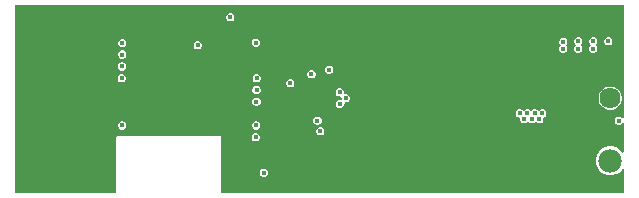
<source format=gbr>
%TF.GenerationSoftware,Altium Limited,Altium Designer,23.6.0 (18)*%
G04 Layer_Physical_Order=4*
G04 Layer_Color=6736896*
%FSLAX45Y45*%
%MOMM*%
%TF.SameCoordinates,DE65B9CC-D9CF-42CD-B8C9-10693606ABAB*%
%TF.FilePolarity,Positive*%
%TF.FileFunction,Copper,L4,Inr,Signal*%
%TF.Part,Single*%
G01*
G75*
%TA.AperFunction,ComponentPad*%
%ADD24C,1.78500*%
%ADD25C,1.98000*%
%TA.AperFunction,ViaPad*%
%ADD26C,0.45000*%
G36*
X7879009Y3056393D02*
X7866309Y3053867D01*
X7865741Y3055239D01*
X7855839Y3065141D01*
X7842902Y3070500D01*
X7828898D01*
X7815961Y3065141D01*
X7806059Y3055239D01*
X7800700Y3042302D01*
Y3028298D01*
X7806059Y3015361D01*
X7815961Y3005459D01*
X7828898Y3000100D01*
X7842902D01*
X7855839Y3005459D01*
X7865741Y3015361D01*
X7866309Y3016733D01*
X7879009Y3014207D01*
Y2768440D01*
X7866742Y2765153D01*
X7862825Y2771938D01*
X7839738Y2795025D01*
X7811462Y2811350D01*
X7779925Y2819800D01*
X7747275D01*
X7715738Y2811350D01*
X7687462Y2795025D01*
X7664375Y2771938D01*
X7648050Y2743662D01*
X7639600Y2712125D01*
Y2679475D01*
X7648050Y2647938D01*
X7664375Y2619662D01*
X7687462Y2596575D01*
X7715738Y2580250D01*
X7747275Y2571800D01*
X7779925D01*
X7811462Y2580250D01*
X7839738Y2596575D01*
X7862825Y2619662D01*
X7866742Y2626447D01*
X7879009Y2623160D01*
Y2420691D01*
X4465900D01*
Y2905000D01*
X3585900D01*
X3581400Y2900500D01*
Y2420691D01*
X2725491D01*
Y4018209D01*
X7879009D01*
Y3056393D01*
D02*
G37*
%LPC*%
G36*
X4553602Y3946800D02*
X4539598D01*
X4526661Y3941441D01*
X4516759Y3931539D01*
X4511400Y3918602D01*
Y3904598D01*
X4516759Y3891661D01*
X4526661Y3881759D01*
X4539598Y3876400D01*
X4553602D01*
X4566539Y3881759D01*
X4576441Y3891661D01*
X4581800Y3904598D01*
Y3918602D01*
X4576441Y3931539D01*
X4566539Y3941441D01*
X4553602Y3946800D01*
D02*
G37*
G36*
X7754002Y3743600D02*
X7739998D01*
X7727061Y3738241D01*
X7717159Y3728339D01*
X7711800Y3715402D01*
Y3701398D01*
X7717159Y3688461D01*
X7727061Y3678559D01*
X7739998Y3673200D01*
X7754002D01*
X7766939Y3678559D01*
X7776841Y3688461D01*
X7782200Y3701398D01*
Y3715402D01*
X7776841Y3728339D01*
X7766939Y3738241D01*
X7754002Y3743600D01*
D02*
G37*
G36*
X4770202Y3730200D02*
X4756198D01*
X4743261Y3724841D01*
X4733359Y3714939D01*
X4728000Y3702002D01*
Y3687998D01*
X4733359Y3675061D01*
X4743261Y3665159D01*
X4756198Y3659800D01*
X4770202D01*
X4783139Y3665159D01*
X4793041Y3675061D01*
X4798400Y3687998D01*
Y3702002D01*
X4793041Y3714939D01*
X4783139Y3724841D01*
X4770202Y3730200D01*
D02*
G37*
G36*
X3638906Y3727902D02*
X3624902D01*
X3611965Y3722543D01*
X3602063Y3712641D01*
X3596704Y3699704D01*
Y3685700D01*
X3602063Y3672763D01*
X3611965Y3662861D01*
X3624902Y3657502D01*
X3638906D01*
X3651843Y3662861D01*
X3661745Y3672763D01*
X3667104Y3685700D01*
Y3699704D01*
X3661745Y3712641D01*
X3651843Y3722543D01*
X3638906Y3727902D01*
D02*
G37*
G36*
X4278202Y3709500D02*
X4264198D01*
X4251261Y3704141D01*
X4241359Y3694239D01*
X4236000Y3681302D01*
Y3667298D01*
X4241359Y3654361D01*
X4251261Y3644459D01*
X4264198Y3639100D01*
X4278202D01*
X4291139Y3644459D01*
X4301041Y3654361D01*
X4306400Y3667298D01*
Y3681302D01*
X4301041Y3694239D01*
X4291139Y3704141D01*
X4278202Y3709500D01*
D02*
G37*
G36*
X7627002Y3743600D02*
X7612998D01*
X7600061Y3738241D01*
X7590159Y3728339D01*
X7584800Y3715402D01*
Y3701398D01*
X7590159Y3688461D01*
X7593673Y3684947D01*
X7598866Y3676650D01*
X7593673Y3668353D01*
X7590159Y3664839D01*
X7584800Y3651902D01*
Y3637898D01*
X7590159Y3624961D01*
X7600061Y3615059D01*
X7612998Y3609700D01*
X7627002D01*
X7639939Y3615059D01*
X7649841Y3624961D01*
X7655200Y3637898D01*
Y3651902D01*
X7649841Y3664839D01*
X7646327Y3668353D01*
X7641134Y3676650D01*
X7646327Y3684947D01*
X7649841Y3688461D01*
X7655200Y3701398D01*
Y3715402D01*
X7649841Y3728339D01*
X7639939Y3738241D01*
X7627002Y3743600D01*
D02*
G37*
G36*
X7500002D02*
X7485998D01*
X7473061Y3738241D01*
X7463159Y3728339D01*
X7457800Y3715402D01*
Y3701398D01*
X7463159Y3688461D01*
X7466673Y3684947D01*
X7471866Y3676650D01*
X7466673Y3668353D01*
X7463159Y3664839D01*
X7457800Y3651902D01*
Y3637898D01*
X7463159Y3624961D01*
X7473061Y3615059D01*
X7485998Y3609700D01*
X7500002D01*
X7512939Y3615059D01*
X7522841Y3624961D01*
X7528200Y3637898D01*
Y3651902D01*
X7522841Y3664839D01*
X7519327Y3668353D01*
X7514134Y3676650D01*
X7519327Y3684947D01*
X7522841Y3688461D01*
X7528200Y3701398D01*
Y3715402D01*
X7522841Y3728339D01*
X7512939Y3738241D01*
X7500002Y3743600D01*
D02*
G37*
G36*
X7373002Y3737800D02*
X7358998D01*
X7346061Y3732441D01*
X7336159Y3722539D01*
X7330800Y3709602D01*
Y3695598D01*
X7336159Y3682661D01*
X7345070Y3673750D01*
X7336159Y3664839D01*
X7330800Y3651902D01*
Y3637898D01*
X7336159Y3624961D01*
X7346061Y3615059D01*
X7358998Y3609700D01*
X7373002D01*
X7385939Y3615059D01*
X7395841Y3624961D01*
X7401200Y3637898D01*
Y3651902D01*
X7395841Y3664839D01*
X7386930Y3673750D01*
X7395841Y3682661D01*
X7401200Y3695598D01*
Y3709602D01*
X7395841Y3722539D01*
X7385939Y3732441D01*
X7373002Y3737800D01*
D02*
G37*
G36*
X3638302Y3630200D02*
X3624298D01*
X3611361Y3624841D01*
X3601459Y3614939D01*
X3596100Y3602002D01*
Y3587998D01*
X3601459Y3575061D01*
X3611361Y3565159D01*
X3624298Y3559800D01*
X3638302D01*
X3651239Y3565159D01*
X3661141Y3575061D01*
X3666500Y3587998D01*
Y3602002D01*
X3661141Y3614939D01*
X3651239Y3624841D01*
X3638302Y3630200D01*
D02*
G37*
G36*
X3636702Y3530200D02*
X3622698D01*
X3609761Y3524841D01*
X3599859Y3514939D01*
X3594500Y3502002D01*
Y3487998D01*
X3599859Y3475061D01*
X3609761Y3465159D01*
X3622698Y3459800D01*
X3636702D01*
X3649639Y3465159D01*
X3659541Y3475061D01*
X3664900Y3487998D01*
Y3502002D01*
X3659541Y3514939D01*
X3649639Y3524841D01*
X3636702Y3530200D01*
D02*
G37*
G36*
X5391802Y3502300D02*
X5377798D01*
X5364861Y3496941D01*
X5354959Y3487039D01*
X5349600Y3474102D01*
Y3460098D01*
X5354959Y3447161D01*
X5364861Y3437259D01*
X5377798Y3431900D01*
X5391802D01*
X5404739Y3437259D01*
X5414641Y3447161D01*
X5420000Y3460098D01*
Y3474102D01*
X5414641Y3487039D01*
X5404739Y3496941D01*
X5391802Y3502300D01*
D02*
G37*
G36*
X5240602Y3463000D02*
X5226598D01*
X5213661Y3457641D01*
X5203759Y3447739D01*
X5198400Y3434802D01*
Y3420798D01*
X5203759Y3407861D01*
X5213661Y3397959D01*
X5226598Y3392600D01*
X5240602D01*
X5253539Y3397959D01*
X5263441Y3407861D01*
X5268800Y3420798D01*
Y3434802D01*
X5263441Y3447739D01*
X5253539Y3457641D01*
X5240602Y3463000D01*
D02*
G37*
G36*
X4778102Y3430200D02*
X4764098D01*
X4751161Y3424841D01*
X4741259Y3414939D01*
X4735900Y3402002D01*
Y3387998D01*
X4741259Y3375061D01*
X4751161Y3365159D01*
X4764098Y3359800D01*
X4778102D01*
X4791039Y3365159D01*
X4800941Y3375061D01*
X4806300Y3387998D01*
Y3402002D01*
X4800941Y3414939D01*
X4791039Y3424841D01*
X4778102Y3430200D01*
D02*
G37*
G36*
X3635102D02*
X3621098D01*
X3608161Y3424841D01*
X3598259Y3414939D01*
X3592900Y3402002D01*
Y3387998D01*
X3598259Y3375061D01*
X3608161Y3365159D01*
X3621098Y3359800D01*
X3635102D01*
X3648039Y3365159D01*
X3657941Y3375061D01*
X3663300Y3387998D01*
Y3402002D01*
X3657941Y3414939D01*
X3648039Y3424841D01*
X3635102Y3430200D01*
D02*
G37*
G36*
X5061602Y3388000D02*
X5047598D01*
X5034661Y3382641D01*
X5024759Y3372739D01*
X5019400Y3359802D01*
Y3345798D01*
X5024759Y3332861D01*
X5034661Y3322959D01*
X5047598Y3317600D01*
X5061602D01*
X5074539Y3322959D01*
X5084441Y3332861D01*
X5089800Y3345798D01*
Y3359802D01*
X5084441Y3372739D01*
X5074539Y3382641D01*
X5061602Y3388000D01*
D02*
G37*
G36*
X4776502Y3330200D02*
X4762498D01*
X4749561Y3324841D01*
X4739659Y3314939D01*
X4734300Y3302002D01*
Y3287998D01*
X4739659Y3275061D01*
X4749561Y3265159D01*
X4762498Y3259800D01*
X4776502D01*
X4789439Y3265159D01*
X4799341Y3275061D01*
X4804700Y3287998D01*
Y3302002D01*
X4799341Y3314939D01*
X4789439Y3324841D01*
X4776502Y3330200D01*
D02*
G37*
G36*
X4774902Y3230200D02*
X4760898D01*
X4747961Y3224841D01*
X4738059Y3214939D01*
X4732700Y3202002D01*
Y3187998D01*
X4738059Y3175061D01*
X4747961Y3165159D01*
X4760898Y3159800D01*
X4774902D01*
X4787839Y3165159D01*
X4797741Y3175061D01*
X4803100Y3187998D01*
Y3202002D01*
X4797741Y3214939D01*
X4787839Y3224841D01*
X4774902Y3230200D01*
D02*
G37*
G36*
X5479902Y3311000D02*
X5465898D01*
X5452961Y3305641D01*
X5443059Y3295739D01*
X5437700Y3282802D01*
Y3268798D01*
X5443059Y3255861D01*
X5452961Y3245959D01*
X5465898Y3240600D01*
X5478784D01*
X5482603Y3237768D01*
X5489300Y3230747D01*
Y3220853D01*
X5482603Y3213832D01*
X5478784Y3211000D01*
X5465898D01*
X5452961Y3205641D01*
X5443059Y3195739D01*
X5437700Y3182802D01*
Y3168798D01*
X5443059Y3155861D01*
X5452961Y3145959D01*
X5465898Y3140600D01*
X5479902D01*
X5492839Y3145959D01*
X5502741Y3155861D01*
X5508100Y3168798D01*
Y3180747D01*
X5514797Y3187768D01*
X5518616Y3190600D01*
X5531502D01*
X5544439Y3195959D01*
X5554341Y3205861D01*
X5559700Y3218798D01*
Y3232802D01*
X5554341Y3245739D01*
X5544439Y3255641D01*
X5531502Y3261000D01*
X5518616D01*
X5514797Y3263832D01*
X5508100Y3270853D01*
Y3282802D01*
X5502741Y3295739D01*
X5492839Y3305641D01*
X5479902Y3311000D01*
D02*
G37*
G36*
X7776520Y3323940D02*
X7750679D01*
X7725719Y3317252D01*
X7703340Y3304331D01*
X7685068Y3286059D01*
X7672148Y3263681D01*
X7665460Y3238720D01*
Y3212880D01*
X7672148Y3187919D01*
X7685068Y3165541D01*
X7703340Y3147269D01*
X7725719Y3134348D01*
X7750679Y3127660D01*
X7776520D01*
X7801480Y3134348D01*
X7823859Y3147269D01*
X7842131Y3165541D01*
X7855052Y3187919D01*
X7861740Y3212880D01*
Y3238720D01*
X7855052Y3263681D01*
X7842131Y3286059D01*
X7823859Y3304331D01*
X7801480Y3317252D01*
X7776520Y3323940D01*
D02*
G37*
G36*
X7195202Y3134000D02*
X7181198D01*
X7168261Y3128641D01*
X7164747Y3125127D01*
X7156450Y3119934D01*
X7148153Y3125127D01*
X7144639Y3128641D01*
X7131702Y3134000D01*
X7117698D01*
X7104761Y3128641D01*
X7101247Y3125127D01*
X7092950Y3119934D01*
X7084653Y3125127D01*
X7081139Y3128641D01*
X7068202Y3134000D01*
X7054198D01*
X7041261Y3128641D01*
X7037747Y3125127D01*
X7029450Y3119934D01*
X7021153Y3125127D01*
X7017639Y3128641D01*
X7004702Y3134000D01*
X6990698D01*
X6977761Y3128641D01*
X6967859Y3118739D01*
X6962500Y3105802D01*
Y3091798D01*
X6967859Y3078861D01*
X6977761Y3068959D01*
X6990457Y3063700D01*
X6996793Y3060699D01*
X7000600Y3055002D01*
Y3040998D01*
X7005959Y3028061D01*
X7015861Y3018159D01*
X7028798Y3012800D01*
X7042802D01*
X7055739Y3018159D01*
X7060335Y3022755D01*
X7067635Y3027124D01*
X7076928Y3022755D01*
X7080617Y3019066D01*
X7093555Y3013707D01*
X7107558D01*
X7120495Y3019066D01*
X7122928Y3021499D01*
X7132151Y3027532D01*
X7139521Y3021499D01*
X7142861Y3018159D01*
X7155798Y3012800D01*
X7169802D01*
X7182739Y3018159D01*
X7192641Y3028061D01*
X7198000Y3040998D01*
Y3055002D01*
X7206283Y3068190D01*
X7208139Y3068959D01*
X7218041Y3078861D01*
X7223400Y3091798D01*
Y3105802D01*
X7218041Y3118739D01*
X7208139Y3128641D01*
X7195202Y3134000D01*
D02*
G37*
G36*
X5290602Y3070100D02*
X5276598D01*
X5263661Y3064741D01*
X5253759Y3054839D01*
X5248400Y3041902D01*
Y3027898D01*
X5253759Y3014961D01*
X5263661Y3005059D01*
X5276598Y2999700D01*
X5290602D01*
X5303539Y3005059D01*
X5313441Y3014961D01*
X5318800Y3027898D01*
Y3041902D01*
X5313441Y3054839D01*
X5303539Y3064741D01*
X5290602Y3070100D01*
D02*
G37*
G36*
X4771702Y3030200D02*
X4757698D01*
X4744761Y3024841D01*
X4734859Y3014939D01*
X4729500Y3002002D01*
Y2987998D01*
X4734859Y2975061D01*
X4744761Y2965159D01*
X4757698Y2959800D01*
X4771702D01*
X4784639Y2965159D01*
X4794541Y2975061D01*
X4799900Y2987998D01*
Y3002002D01*
X4794541Y3014939D01*
X4784639Y3024841D01*
X4771702Y3030200D01*
D02*
G37*
G36*
X3637002D02*
X3622998D01*
X3610061Y3024841D01*
X3600159Y3014939D01*
X3594800Y3002002D01*
Y2987998D01*
X3600159Y2975061D01*
X3610061Y2965159D01*
X3622998Y2959800D01*
X3637002D01*
X3649939Y2965159D01*
X3659841Y2975061D01*
X3665200Y2987998D01*
Y3002002D01*
X3659841Y3014939D01*
X3649939Y3024841D01*
X3637002Y3030200D01*
D02*
G37*
G36*
X5315602Y2981600D02*
X5301598D01*
X5288661Y2976241D01*
X5278759Y2966339D01*
X5273400Y2953402D01*
Y2939398D01*
X5278759Y2926461D01*
X5288661Y2916559D01*
X5301598Y2911200D01*
X5315602D01*
X5328539Y2916559D01*
X5338441Y2926461D01*
X5343800Y2939398D01*
Y2953402D01*
X5338441Y2966339D01*
X5328539Y2976241D01*
X5315602Y2981600D01*
D02*
G37*
G36*
X4769502Y2930800D02*
X4755498D01*
X4742561Y2925441D01*
X4732659Y2915539D01*
X4727300Y2902602D01*
Y2888598D01*
X4732659Y2875661D01*
X4742561Y2865759D01*
X4755498Y2860400D01*
X4769502D01*
X4782439Y2865759D01*
X4792341Y2875661D01*
X4797700Y2888598D01*
Y2902602D01*
X4792341Y2915539D01*
X4782439Y2925441D01*
X4769502Y2930800D01*
D02*
G37*
G36*
X4837202Y2630200D02*
X4823198D01*
X4810261Y2624841D01*
X4800359Y2614939D01*
X4795000Y2602002D01*
Y2587998D01*
X4800359Y2575061D01*
X4810261Y2565159D01*
X4823198Y2559800D01*
X4837202D01*
X4850139Y2565159D01*
X4860041Y2575061D01*
X4865400Y2587998D01*
Y2602002D01*
X4860041Y2614939D01*
X4850139Y2624841D01*
X4837202Y2630200D01*
D02*
G37*
%LPD*%
D24*
X7763600Y3225800D02*
D03*
X2853600D02*
D03*
D25*
X7763600Y2695800D02*
D03*
D26*
X7778750Y2857500D02*
D03*
X7620000Y2540000D02*
D03*
X7302500D02*
D03*
X6985000Y3810000D02*
D03*
Y2540000D02*
D03*
X6667500Y3810000D02*
D03*
Y3175000D02*
D03*
X6826250Y2857500D02*
D03*
X6667500Y2540000D02*
D03*
X6350000Y3810000D02*
D03*
Y3175000D02*
D03*
X6508750Y2857500D02*
D03*
X6350000Y2540000D02*
D03*
X6032500Y3810000D02*
D03*
Y3175000D02*
D03*
X6191250Y2857500D02*
D03*
X6032500Y2540000D02*
D03*
X5715000Y3810000D02*
D03*
Y3175000D02*
D03*
X5873750Y2857500D02*
D03*
X5715000Y2540000D02*
D03*
X5397500Y3810000D02*
D03*
X5556250Y2857500D02*
D03*
X5397500Y2540000D02*
D03*
X5080000Y3810000D02*
D03*
Y2540000D02*
D03*
X4762500Y3810000D02*
D03*
Y2540000D02*
D03*
X4127500Y3175000D02*
D03*
X3810000D02*
D03*
X3175000Y2540000D02*
D03*
X2857500Y3810000D02*
D03*
X3016250Y3492500D02*
D03*
X2857500Y2540000D02*
D03*
X7162800Y3048000D02*
D03*
X7100556Y3048907D02*
D03*
X7035800Y3048000D02*
D03*
X7188200Y3098800D02*
D03*
X7124700D02*
D03*
X7061200D02*
D03*
X6997700D02*
D03*
X4546600Y3911600D02*
D03*
X5054600Y3352800D02*
D03*
X5308600Y2946400D02*
D03*
X5283600Y3034900D02*
D03*
X7835900Y3035300D02*
D03*
X4830200Y2595000D02*
D03*
X7620000Y3644900D02*
D03*
Y3708400D02*
D03*
X3630000Y2995000D02*
D03*
X5384800Y3467100D02*
D03*
X7366000Y3644900D02*
D03*
X5472900Y3275800D02*
D03*
Y3175800D02*
D03*
X4762500Y2895600D02*
D03*
X4767900Y3195000D02*
D03*
X4763200Y3695000D02*
D03*
X4271200Y3674300D02*
D03*
X7747000Y3708400D02*
D03*
X7493000D02*
D03*
Y3644900D02*
D03*
X7366000Y3702600D02*
D03*
X4764700Y2995000D02*
D03*
X4771100Y3395000D02*
D03*
X4769500Y3295000D02*
D03*
X5233600Y3427800D02*
D03*
X5524500Y3225800D02*
D03*
X3631904Y3692702D02*
D03*
X3628100Y3395000D02*
D03*
X3629700Y3495000D02*
D03*
X3631300Y3595000D02*
D03*
%TF.MD5,cff4782df99d1bf3b9b2ee362e00fed4*%
M02*

</source>
